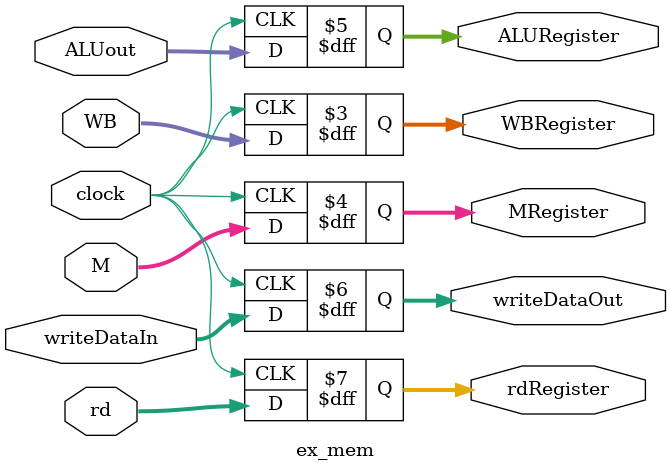
<source format=v>
`ifndef _ex_mem
`define _ex_mem

module ex_mem(
      input clock,
      input [1:0] WB,
      input [2:0] M,
      input [4:0] rd,
      input [31:0] ALUout,writeDataIn,
      output reg [1:0] WBRegister,
      output reg [2:0] MRegister,
      output reg [31:0] ALURegister,writeDataOut,
      output reg [4:0] rdRegister
);

    initial begin
      WBRegister=0;
      MRegister=0;
      ALURegister=0;
      writeDataOut=0;
      rdRegister=0;
    end


    always@(posedge clock) begin
      WBRegister <= WB;
      MRegister <= M;
      ALURegister <= ALUout;
      rdRegister <= rd;
      writeDataOut <= writeDataIn;
    end
endmodule

`endif

</source>
